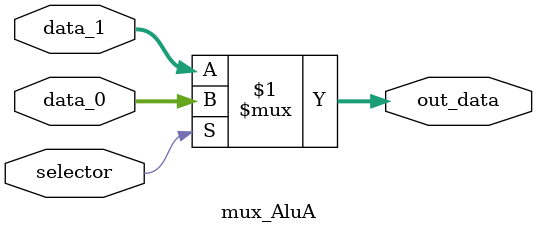
<source format=v>
module mux_AluA (
    input wire                 selector,
    input wire     [31:0]      data_0,
    input wire     [31:0]      data_1,
    output wire    [31:0]      out_data
);

assign out_data = (selector) ? data_0 : data_1;
    
endmodule
</source>
